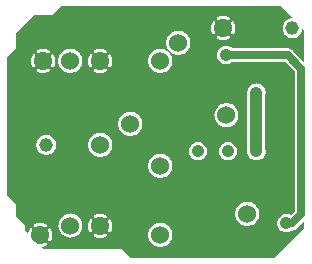
<source format=gbr>
G04 start of page 3 for group 1 idx 1 *
G04 Title: (unknown), power *
G04 Creator: pcb 20110918 *
G04 CreationDate: Fri Sep 12 16:05:54 2014 UTC *
G04 For: fosse *
G04 Format: Gerber/RS-274X *
G04 PCB-Dimensions: 300000 300000 *
G04 PCB-Coordinate-Origin: lower left *
%MOIN*%
%FSLAX25Y25*%
%LNGROUP1*%
%ADD31C,0.0350*%
%ADD30C,0.0200*%
%ADD29C,0.0410*%
%ADD28C,0.0600*%
%ADD27C,0.0460*%
%ADD26C,0.0400*%
%ADD25C,0.0250*%
%ADD24C,0.0001*%
G54D24*G36*
X87995Y275250D02*X97568D01*
X100750Y272068D01*
Y225432D01*
X99485Y224167D01*
X99389Y224226D01*
X98945Y224410D01*
X98479Y224522D01*
X98000Y224559D01*
X97521Y224522D01*
X97055Y224410D01*
X96611Y224226D01*
X96202Y223975D01*
X95837Y223663D01*
X95525Y223298D01*
X95274Y222889D01*
X95090Y222445D01*
X94978Y221979D01*
X94941Y221500D01*
X94978Y221021D01*
X95090Y220555D01*
X95274Y220111D01*
X95525Y219702D01*
X95837Y219337D01*
X96202Y219025D01*
X96611Y218774D01*
X97055Y218590D01*
X97521Y218478D01*
X98000Y218441D01*
X98479Y218478D01*
X98945Y218590D01*
X99389Y218774D01*
X99798Y219025D01*
X100059Y219248D01*
X100353Y219271D01*
X100353Y219271D01*
X100697Y219354D01*
X101025Y219489D01*
X101327Y219674D01*
X101596Y219904D01*
X101653Y219971D01*
X104000Y222318D01*
Y220000D01*
X94000Y210000D01*
X87995D01*
Y222084D01*
X88148Y222263D01*
X88477Y222799D01*
X88718Y223381D01*
X88865Y223993D01*
X88902Y224621D01*
X88865Y225249D01*
X88718Y225861D01*
X88477Y226443D01*
X88148Y226979D01*
X87995Y227158D01*
Y242441D01*
X88000Y242441D01*
X88479Y242478D01*
X88945Y242590D01*
X89389Y242774D01*
X89798Y243025D01*
X90163Y243337D01*
X90475Y243702D01*
X90726Y244111D01*
X90910Y244555D01*
X91022Y245021D01*
X91050Y245500D01*
X91022Y245979D01*
X91000Y246069D01*
Y264431D01*
X91022Y264521D01*
X91050Y265000D01*
X91022Y265479D01*
X90910Y265945D01*
X90726Y266389D01*
X90475Y266798D01*
X90163Y267163D01*
X89798Y267475D01*
X89389Y267726D01*
X88945Y267910D01*
X88479Y268022D01*
X88000Y268059D01*
X87995Y268059D01*
Y275250D01*
G37*
G36*
X78495Y274627D02*X78847Y274711D01*
X79291Y274895D01*
X79700Y275146D01*
X79814Y275243D01*
X79822Y275250D01*
X87995D01*
Y268059D01*
X87521Y268022D01*
X87055Y267910D01*
X86611Y267726D01*
X86202Y267475D01*
X85837Y267163D01*
X85525Y266798D01*
X85274Y266389D01*
X85090Y265945D01*
X84978Y265479D01*
X84941Y265000D01*
X84978Y264521D01*
X85000Y264431D01*
Y246069D01*
X84978Y245979D01*
X84941Y245500D01*
X84978Y245021D01*
X85090Y244555D01*
X85274Y244111D01*
X85525Y243702D01*
X85837Y243337D01*
X86202Y243025D01*
X86611Y242774D01*
X87055Y242590D01*
X87521Y242478D01*
X87995Y242441D01*
Y227158D01*
X87739Y227458D01*
X87260Y227867D01*
X86724Y228196D01*
X86142Y228437D01*
X85530Y228584D01*
X84902Y228633D01*
X84274Y228584D01*
X83662Y228437D01*
X83080Y228196D01*
X82544Y227867D01*
X82065Y227458D01*
X81656Y226979D01*
X81327Y226443D01*
X81086Y225861D01*
X80939Y225249D01*
X80890Y224621D01*
X80939Y223993D01*
X81086Y223381D01*
X81327Y222799D01*
X81656Y222263D01*
X82065Y221784D01*
X82544Y221375D01*
X83080Y221046D01*
X83662Y220805D01*
X84274Y220658D01*
X84902Y220609D01*
X85530Y220658D01*
X86142Y220805D01*
X86724Y221046D01*
X87260Y221375D01*
X87739Y221784D01*
X87995Y222084D01*
Y210000D01*
X78495D01*
Y242441D01*
X78500Y242441D01*
X78979Y242478D01*
X79445Y242590D01*
X79889Y242774D01*
X80298Y243025D01*
X80663Y243337D01*
X80975Y243702D01*
X81226Y244111D01*
X81410Y244555D01*
X81522Y245021D01*
X81550Y245500D01*
X81522Y245979D01*
X81410Y246445D01*
X81226Y246889D01*
X80975Y247298D01*
X80663Y247663D01*
X80298Y247975D01*
X79889Y248226D01*
X79445Y248410D01*
X78979Y248522D01*
X78500Y248559D01*
X78495Y248559D01*
Y253527D01*
X78628Y253537D01*
X79240Y253684D01*
X79822Y253925D01*
X80358Y254254D01*
X80837Y254663D01*
X81246Y255142D01*
X81575Y255678D01*
X81816Y256260D01*
X81963Y256872D01*
X82000Y257500D01*
X81963Y258128D01*
X81816Y258740D01*
X81575Y259322D01*
X81246Y259858D01*
X80837Y260337D01*
X80358Y260746D01*
X79822Y261075D01*
X79240Y261316D01*
X78628Y261463D01*
X78495Y261473D01*
Y274627D01*
G37*
G36*
X80186Y294000D02*X96000D01*
X100206Y289794D01*
X100000Y289810D01*
X99482Y289769D01*
X98977Y289648D01*
X98497Y289449D01*
X98054Y289178D01*
X97659Y288841D01*
X97322Y288446D01*
X97051Y288003D01*
X96852Y287523D01*
X96731Y287018D01*
X96690Y286500D01*
X96731Y285982D01*
X96852Y285477D01*
X97051Y284997D01*
X97322Y284554D01*
X97659Y284159D01*
X98054Y283822D01*
X98497Y283551D01*
X98977Y283352D01*
X99482Y283231D01*
X100000Y283190D01*
X100518Y283231D01*
X101023Y283352D01*
X101503Y283551D01*
X101946Y283822D01*
X102341Y284159D01*
X102678Y284554D01*
X102949Y284997D01*
X103148Y285477D01*
X103269Y285982D01*
X103300Y286500D01*
X103287Y286713D01*
X104000Y286000D01*
Y275182D01*
X100153Y279029D01*
X100096Y279096D01*
X99827Y279326D01*
X99525Y279511D01*
X99197Y279646D01*
X98853Y279729D01*
X98853Y279729D01*
X98500Y279757D01*
X98412Y279750D01*
X80186D01*
Y284490D01*
X80189Y284491D01*
X80257Y284530D01*
X80318Y284579D01*
X80371Y284638D01*
X80413Y284704D01*
X80576Y285029D01*
X80705Y285369D01*
X80803Y285719D01*
X80869Y286077D01*
X80902Y286439D01*
Y286803D01*
X80869Y287165D01*
X80803Y287523D01*
X80705Y287873D01*
X80576Y288213D01*
X80417Y288540D01*
X80374Y288606D01*
X80321Y288665D01*
X80259Y288715D01*
X80190Y288754D01*
X80186Y288756D01*
Y294000D01*
G37*
G36*
X80089Y279757D02*X80065Y279784D01*
X79700Y280096D01*
X79291Y280347D01*
X78847Y280531D01*
X78495Y280615D01*
Y282948D01*
X78821Y283106D01*
X78887Y283149D01*
X78946Y283202D01*
X78996Y283264D01*
X79035Y283333D01*
X79063Y283407D01*
X79079Y283484D01*
X79083Y283563D01*
X79075Y283642D01*
X79054Y283718D01*
X79022Y283791D01*
X78979Y283857D01*
X78926Y283916D01*
X78864Y283965D01*
X78795Y284005D01*
X78721Y284033D01*
X78644Y284049D01*
X78565Y284053D01*
X78495Y284046D01*
Y289199D01*
X78565Y289192D01*
X78643Y289196D01*
X78720Y289212D01*
X78794Y289240D01*
X78862Y289279D01*
X78923Y289328D01*
X78976Y289387D01*
X79019Y289453D01*
X79051Y289525D01*
X79072Y289601D01*
X79080Y289679D01*
X79076Y289757D01*
X79060Y289834D01*
X79032Y289908D01*
X78993Y289976D01*
X78944Y290037D01*
X78885Y290090D01*
X78819Y290132D01*
X78495Y290294D01*
Y294000D01*
X80186D01*
Y288756D01*
X80116Y288782D01*
X80039Y288798D01*
X79960Y288802D01*
X79881Y288794D01*
X79805Y288773D01*
X79732Y288741D01*
X79666Y288698D01*
X79607Y288645D01*
X79558Y288583D01*
X79518Y288514D01*
X79490Y288440D01*
X79474Y288363D01*
X79470Y288284D01*
X79478Y288205D01*
X79499Y288128D01*
X79532Y288057D01*
X79655Y287814D01*
X79752Y287559D01*
X79825Y287297D01*
X79874Y287029D01*
X79899Y286757D01*
Y286485D01*
X79874Y286213D01*
X79825Y285945D01*
X79752Y285683D01*
X79655Y285428D01*
X79535Y285184D01*
X79502Y285112D01*
X79481Y285036D01*
X79473Y284958D01*
X79477Y284880D01*
X79493Y284803D01*
X79521Y284729D01*
X79560Y284661D01*
X79609Y284600D01*
X79668Y284547D01*
X79734Y284504D01*
X79806Y284472D01*
X79882Y284451D01*
X79960Y284443D01*
X80038Y284447D01*
X80115Y284463D01*
X80186Y284490D01*
Y279750D01*
X80095D01*
X80089Y279757D01*
G37*
G36*
X78495Y280615D02*X78381Y280643D01*
X77902Y280680D01*
X77423Y280643D01*
X76957Y280531D01*
X76513Y280347D01*
X76104Y280096D01*
X75739Y279784D01*
X75427Y279419D01*
X75176Y279010D01*
X74992Y278566D01*
X74880Y278100D01*
X74843Y277621D01*
X74880Y277142D01*
X74992Y276676D01*
X75176Y276232D01*
X75427Y275823D01*
X75739Y275458D01*
X75766Y275434D01*
X75990Y275243D01*
X76104Y275146D01*
X76513Y274895D01*
X76957Y274711D01*
X77423Y274599D01*
X77902Y274562D01*
X78381Y274599D01*
X78495Y274627D01*
Y261473D01*
X78000Y261512D01*
X77372Y261463D01*
X76760Y261316D01*
X76178Y261075D01*
X75642Y260746D01*
X75163Y260337D01*
X74754Y259858D01*
X74425Y259322D01*
X74184Y258740D01*
X74037Y258128D01*
X73988Y257500D01*
X74037Y256872D01*
X74184Y256260D01*
X74425Y255678D01*
X74754Y255142D01*
X75163Y254663D01*
X75642Y254254D01*
X76178Y253925D01*
X76760Y253684D01*
X77372Y253537D01*
X78000Y253488D01*
X78495Y253527D01*
Y248559D01*
X78021Y248522D01*
X77555Y248410D01*
X77111Y248226D01*
X76702Y247975D01*
X76337Y247663D01*
X76025Y247298D01*
X75774Y246889D01*
X75590Y246445D01*
X75478Y245979D01*
X75441Y245500D01*
X75478Y245021D01*
X75590Y244555D01*
X75774Y244111D01*
X76025Y243702D01*
X76337Y243337D01*
X76702Y243025D01*
X77111Y242774D01*
X77555Y242590D01*
X78021Y242478D01*
X78495Y242441D01*
Y210000D01*
X73618D01*
Y284486D01*
X73688Y284460D01*
X73765Y284444D01*
X73844Y284440D01*
X73923Y284448D01*
X73999Y284469D01*
X74072Y284501D01*
X74138Y284544D01*
X74197Y284597D01*
X74246Y284659D01*
X74286Y284728D01*
X74314Y284802D01*
X74330Y284879D01*
X74334Y284958D01*
X74326Y285037D01*
X74305Y285114D01*
X74272Y285185D01*
X74149Y285428D01*
X74052Y285683D01*
X73979Y285945D01*
X73930Y286213D01*
X73905Y286485D01*
Y286757D01*
X73930Y287029D01*
X73979Y287297D01*
X74052Y287559D01*
X74149Y287814D01*
X74269Y288058D01*
X74302Y288130D01*
X74323Y288206D01*
X74331Y288284D01*
X74327Y288362D01*
X74311Y288439D01*
X74283Y288513D01*
X74244Y288581D01*
X74195Y288642D01*
X74136Y288695D01*
X74070Y288738D01*
X73998Y288770D01*
X73922Y288791D01*
X73844Y288799D01*
X73766Y288795D01*
X73689Y288779D01*
X73618Y288752D01*
Y294000D01*
X78495D01*
Y290294D01*
X78494Y290295D01*
X78154Y290424D01*
X77804Y290522D01*
X77446Y290588D01*
X77084Y290621D01*
X76720D01*
X76358Y290588D01*
X76000Y290522D01*
X75650Y290424D01*
X75310Y290295D01*
X74983Y290136D01*
X74917Y290093D01*
X74858Y290040D01*
X74808Y289978D01*
X74769Y289909D01*
X74741Y289835D01*
X74725Y289758D01*
X74721Y289679D01*
X74729Y289600D01*
X74750Y289524D01*
X74782Y289451D01*
X74825Y289385D01*
X74878Y289326D01*
X74940Y289277D01*
X75009Y289237D01*
X75083Y289209D01*
X75160Y289193D01*
X75239Y289189D01*
X75318Y289197D01*
X75395Y289218D01*
X75466Y289251D01*
X75709Y289374D01*
X75964Y289471D01*
X76226Y289544D01*
X76494Y289593D01*
X76766Y289618D01*
X77038D01*
X77310Y289593D01*
X77578Y289544D01*
X77840Y289471D01*
X78095Y289374D01*
X78339Y289254D01*
X78411Y289221D01*
X78486Y289200D01*
X78495Y289199D01*
Y284046D01*
X78486Y284045D01*
X78409Y284024D01*
X78338Y283991D01*
X78095Y283868D01*
X77840Y283771D01*
X77578Y283698D01*
X77310Y283649D01*
X77038Y283624D01*
X76766D01*
X76494Y283649D01*
X76226Y283698D01*
X75964Y283771D01*
X75709Y283868D01*
X75465Y283988D01*
X75393Y284021D01*
X75317Y284042D01*
X75239Y284050D01*
X75161Y284046D01*
X75084Y284030D01*
X75010Y284002D01*
X74942Y283963D01*
X74881Y283914D01*
X74828Y283855D01*
X74785Y283789D01*
X74753Y283717D01*
X74732Y283641D01*
X74724Y283563D01*
X74728Y283485D01*
X74744Y283408D01*
X74772Y283334D01*
X74811Y283266D01*
X74860Y283205D01*
X74919Y283152D01*
X74985Y283110D01*
X75310Y282947D01*
X75650Y282818D01*
X76000Y282720D01*
X76358Y282654D01*
X76720Y282621D01*
X77084D01*
X77446Y282654D01*
X77804Y282720D01*
X78154Y282818D01*
X78494Y282947D01*
X78495Y282948D01*
Y280615D01*
G37*
G36*
X73618Y210000D02*X68495D01*
Y242441D01*
X68500Y242441D01*
X68979Y242478D01*
X69445Y242590D01*
X69889Y242774D01*
X70298Y243025D01*
X70663Y243337D01*
X70975Y243702D01*
X71226Y244111D01*
X71410Y244555D01*
X71522Y245021D01*
X71550Y245500D01*
X71522Y245979D01*
X71410Y246445D01*
X71226Y246889D01*
X70975Y247298D01*
X70663Y247663D01*
X70298Y247975D01*
X69889Y248226D01*
X69445Y248410D01*
X68979Y248522D01*
X68500Y248559D01*
X68495Y248559D01*
Y294000D01*
X73618D01*
Y288752D01*
X73615Y288751D01*
X73547Y288712D01*
X73486Y288663D01*
X73433Y288604D01*
X73391Y288538D01*
X73228Y288213D01*
X73099Y287873D01*
X73001Y287523D01*
X72935Y287165D01*
X72902Y286803D01*
Y286439D01*
X72935Y286077D01*
X73001Y285719D01*
X73099Y285369D01*
X73228Y285029D01*
X73387Y284702D01*
X73430Y284636D01*
X73483Y284577D01*
X73545Y284527D01*
X73614Y284488D01*
X73618Y284486D01*
Y210000D01*
G37*
G36*
X68495D02*X61896D01*
Y277609D01*
X61902Y277609D01*
X62530Y277658D01*
X63142Y277805D01*
X63724Y278046D01*
X64260Y278375D01*
X64739Y278784D01*
X65148Y279263D01*
X65477Y279799D01*
X65718Y280381D01*
X65865Y280993D01*
X65902Y281621D01*
X65865Y282249D01*
X65718Y282861D01*
X65477Y283443D01*
X65148Y283979D01*
X64739Y284458D01*
X64260Y284867D01*
X63724Y285196D01*
X63142Y285437D01*
X62530Y285584D01*
X61902Y285633D01*
X61896Y285633D01*
Y294000D01*
X68495D01*
Y248559D01*
X68021Y248522D01*
X67555Y248410D01*
X67111Y248226D01*
X66702Y247975D01*
X66337Y247663D01*
X66025Y247298D01*
X65774Y246889D01*
X65590Y246445D01*
X65478Y245979D01*
X65441Y245500D01*
X65478Y245021D01*
X65590Y244555D01*
X65774Y244111D01*
X66025Y243702D01*
X66337Y243337D01*
X66702Y243025D01*
X67111Y242774D01*
X67555Y242590D01*
X68021Y242478D01*
X68495Y242441D01*
Y210000D01*
G37*
G36*
X61896D02*X55896D01*
Y213609D01*
X55902Y213609D01*
X56530Y213658D01*
X57142Y213805D01*
X57724Y214046D01*
X58260Y214375D01*
X58739Y214784D01*
X59148Y215263D01*
X59477Y215799D01*
X59718Y216381D01*
X59865Y216993D01*
X59902Y217621D01*
X59865Y218249D01*
X59718Y218861D01*
X59477Y219443D01*
X59148Y219979D01*
X58739Y220458D01*
X58260Y220867D01*
X57724Y221196D01*
X57142Y221437D01*
X56530Y221584D01*
X55902Y221633D01*
X55896Y221633D01*
Y236609D01*
X55902Y236609D01*
X56530Y236658D01*
X57142Y236805D01*
X57724Y237046D01*
X58260Y237375D01*
X58739Y237784D01*
X59148Y238263D01*
X59477Y238799D01*
X59718Y239381D01*
X59865Y239993D01*
X59902Y240621D01*
X59865Y241249D01*
X59718Y241861D01*
X59477Y242443D01*
X59148Y242979D01*
X58739Y243458D01*
X58260Y243867D01*
X57724Y244196D01*
X57142Y244437D01*
X56530Y244584D01*
X55902Y244633D01*
X55896Y244633D01*
Y271609D01*
X55902Y271609D01*
X56530Y271658D01*
X57142Y271805D01*
X57724Y272046D01*
X58260Y272375D01*
X58739Y272784D01*
X59148Y273263D01*
X59477Y273799D01*
X59718Y274381D01*
X59865Y274993D01*
X59902Y275621D01*
X59865Y276249D01*
X59718Y276861D01*
X59477Y277443D01*
X59148Y277979D01*
X58739Y278458D01*
X58260Y278867D01*
X57724Y279196D01*
X57142Y279437D01*
X56530Y279584D01*
X55902Y279633D01*
X55896Y279633D01*
Y294000D01*
X61896D01*
Y285633D01*
X61274Y285584D01*
X60662Y285437D01*
X60080Y285196D01*
X59544Y284867D01*
X59065Y284458D01*
X58656Y283979D01*
X58327Y283443D01*
X58086Y282861D01*
X57939Y282249D01*
X57890Y281621D01*
X57939Y280993D01*
X58086Y280381D01*
X58327Y279799D01*
X58656Y279263D01*
X59065Y278784D01*
X59544Y278375D01*
X60080Y278046D01*
X60662Y277805D01*
X61274Y277658D01*
X61896Y277609D01*
Y210000D01*
G37*
G36*
X55896D02*X46000D01*
X45896Y210104D01*
Y250609D01*
X45902Y250609D01*
X46530Y250658D01*
X47142Y250805D01*
X47724Y251046D01*
X48260Y251375D01*
X48739Y251784D01*
X49148Y252263D01*
X49477Y252799D01*
X49718Y253381D01*
X49865Y253993D01*
X49902Y254621D01*
X49865Y255249D01*
X49718Y255861D01*
X49477Y256443D01*
X49148Y256979D01*
X48739Y257458D01*
X48260Y257867D01*
X47724Y258196D01*
X47142Y258437D01*
X46530Y258584D01*
X45902Y258633D01*
X45896Y258633D01*
Y294000D01*
X55896D01*
Y279633D01*
X55274Y279584D01*
X54662Y279437D01*
X54080Y279196D01*
X53544Y278867D01*
X53065Y278458D01*
X52656Y277979D01*
X52327Y277443D01*
X52086Y276861D01*
X51939Y276249D01*
X51890Y275621D01*
X51939Y274993D01*
X52086Y274381D01*
X52327Y273799D01*
X52656Y273263D01*
X53065Y272784D01*
X53544Y272375D01*
X54080Y272046D01*
X54662Y271805D01*
X55274Y271658D01*
X55896Y271609D01*
Y244633D01*
X55274Y244584D01*
X54662Y244437D01*
X54080Y244196D01*
X53544Y243867D01*
X53065Y243458D01*
X52656Y242979D01*
X52327Y242443D01*
X52086Y241861D01*
X51939Y241249D01*
X51890Y240621D01*
X51939Y239993D01*
X52086Y239381D01*
X52327Y238799D01*
X52656Y238263D01*
X53065Y237784D01*
X53544Y237375D01*
X54080Y237046D01*
X54662Y236805D01*
X55274Y236658D01*
X55896Y236609D01*
Y221633D01*
X55274Y221584D01*
X54662Y221437D01*
X54080Y221196D01*
X53544Y220867D01*
X53065Y220458D01*
X52656Y219979D01*
X52327Y219443D01*
X52086Y218861D01*
X51939Y218249D01*
X51890Y217621D01*
X51939Y216993D01*
X52086Y216381D01*
X52327Y215799D01*
X52656Y215263D01*
X53065Y214784D01*
X53544Y214375D01*
X54080Y214046D01*
X54662Y213805D01*
X55274Y213658D01*
X55896Y213609D01*
Y210000D01*
G37*
G36*
X45896Y210104D02*X43000Y213000D01*
X39186D01*
Y218490D01*
X39189Y218491D01*
X39257Y218530D01*
X39318Y218579D01*
X39371Y218638D01*
X39413Y218704D01*
X39576Y219029D01*
X39705Y219369D01*
X39803Y219719D01*
X39869Y220077D01*
X39902Y220439D01*
Y220803D01*
X39869Y221165D01*
X39803Y221523D01*
X39705Y221873D01*
X39576Y222213D01*
X39417Y222540D01*
X39374Y222606D01*
X39321Y222665D01*
X39259Y222715D01*
X39190Y222754D01*
X39186Y222756D01*
Y245324D01*
X39477Y245799D01*
X39718Y246381D01*
X39865Y246993D01*
X39902Y247621D01*
X39865Y248249D01*
X39718Y248861D01*
X39477Y249443D01*
X39186Y249918D01*
Y273490D01*
X39189Y273491D01*
X39257Y273530D01*
X39318Y273579D01*
X39371Y273638D01*
X39413Y273704D01*
X39576Y274029D01*
X39705Y274369D01*
X39803Y274719D01*
X39869Y275077D01*
X39902Y275439D01*
Y275803D01*
X39869Y276165D01*
X39803Y276523D01*
X39705Y276873D01*
X39576Y277213D01*
X39417Y277540D01*
X39374Y277606D01*
X39321Y277665D01*
X39259Y277715D01*
X39190Y277754D01*
X39186Y277756D01*
Y294000D01*
X45896D01*
Y258633D01*
X45274Y258584D01*
X44662Y258437D01*
X44080Y258196D01*
X43544Y257867D01*
X43065Y257458D01*
X42656Y256979D01*
X42327Y256443D01*
X42086Y255861D01*
X41939Y255249D01*
X41890Y254621D01*
X41939Y253993D01*
X42086Y253381D01*
X42327Y252799D01*
X42656Y252263D01*
X43065Y251784D01*
X43544Y251375D01*
X44080Y251046D01*
X44662Y250805D01*
X45274Y250658D01*
X45896Y250609D01*
Y210104D01*
G37*
G36*
X39186Y249918D02*X39148Y249979D01*
X38739Y250458D01*
X38260Y250867D01*
X37724Y251196D01*
X37142Y251437D01*
X36530Y251584D01*
X35904Y251633D01*
Y271621D01*
X36084D01*
X36446Y271654D01*
X36804Y271720D01*
X37154Y271818D01*
X37494Y271947D01*
X37821Y272106D01*
X37887Y272149D01*
X37946Y272202D01*
X37996Y272264D01*
X38035Y272333D01*
X38063Y272407D01*
X38079Y272484D01*
X38083Y272563D01*
X38075Y272642D01*
X38054Y272718D01*
X38022Y272791D01*
X37979Y272857D01*
X37926Y272916D01*
X37864Y272965D01*
X37795Y273005D01*
X37721Y273033D01*
X37644Y273049D01*
X37565Y273053D01*
X37486Y273045D01*
X37409Y273024D01*
X37338Y272991D01*
X37095Y272868D01*
X36840Y272771D01*
X36578Y272698D01*
X36310Y272649D01*
X36038Y272624D01*
X35904D01*
Y278618D01*
X36038D01*
X36310Y278593D01*
X36578Y278544D01*
X36840Y278471D01*
X37095Y278374D01*
X37339Y278254D01*
X37411Y278221D01*
X37486Y278200D01*
X37565Y278192D01*
X37643Y278196D01*
X37720Y278212D01*
X37794Y278240D01*
X37862Y278279D01*
X37923Y278328D01*
X37976Y278387D01*
X38019Y278453D01*
X38051Y278525D01*
X38072Y278601D01*
X38080Y278679D01*
X38076Y278757D01*
X38060Y278834D01*
X38032Y278908D01*
X37993Y278976D01*
X37944Y279037D01*
X37885Y279090D01*
X37819Y279132D01*
X37494Y279295D01*
X37154Y279424D01*
X36804Y279522D01*
X36446Y279588D01*
X36084Y279621D01*
X35904D01*
Y294000D01*
X39186D01*
Y277756D01*
X39116Y277782D01*
X39039Y277798D01*
X38960Y277802D01*
X38881Y277794D01*
X38805Y277773D01*
X38732Y277741D01*
X38666Y277698D01*
X38607Y277645D01*
X38558Y277583D01*
X38518Y277514D01*
X38490Y277440D01*
X38474Y277363D01*
X38470Y277284D01*
X38478Y277205D01*
X38499Y277128D01*
X38532Y277057D01*
X38655Y276814D01*
X38752Y276559D01*
X38825Y276297D01*
X38874Y276029D01*
X38899Y275757D01*
Y275485D01*
X38874Y275213D01*
X38825Y274945D01*
X38752Y274683D01*
X38655Y274428D01*
X38535Y274184D01*
X38502Y274112D01*
X38481Y274036D01*
X38473Y273958D01*
X38477Y273880D01*
X38493Y273803D01*
X38521Y273729D01*
X38560Y273661D01*
X38609Y273600D01*
X38668Y273547D01*
X38734Y273504D01*
X38806Y273472D01*
X38882Y273451D01*
X38960Y273443D01*
X39038Y273447D01*
X39115Y273463D01*
X39186Y273490D01*
Y249918D01*
G37*
G36*
Y213000D02*X35904D01*
Y216621D01*
X36084D01*
X36446Y216654D01*
X36804Y216720D01*
X37154Y216818D01*
X37494Y216947D01*
X37821Y217106D01*
X37887Y217149D01*
X37946Y217202D01*
X37996Y217264D01*
X38035Y217333D01*
X38063Y217407D01*
X38079Y217484D01*
X38083Y217563D01*
X38075Y217642D01*
X38054Y217718D01*
X38022Y217791D01*
X37979Y217857D01*
X37926Y217916D01*
X37864Y217965D01*
X37795Y218005D01*
X37721Y218033D01*
X37644Y218049D01*
X37565Y218053D01*
X37486Y218045D01*
X37409Y218024D01*
X37338Y217991D01*
X37095Y217868D01*
X36840Y217771D01*
X36578Y217698D01*
X36310Y217649D01*
X36038Y217624D01*
X35904D01*
Y223618D01*
X36038D01*
X36310Y223593D01*
X36578Y223544D01*
X36840Y223471D01*
X37095Y223374D01*
X37339Y223254D01*
X37411Y223221D01*
X37486Y223200D01*
X37565Y223192D01*
X37643Y223196D01*
X37720Y223212D01*
X37794Y223240D01*
X37862Y223279D01*
X37923Y223328D01*
X37976Y223387D01*
X38019Y223453D01*
X38051Y223525D01*
X38072Y223601D01*
X38080Y223679D01*
X38076Y223757D01*
X38060Y223834D01*
X38032Y223908D01*
X37993Y223976D01*
X37944Y224037D01*
X37885Y224090D01*
X37819Y224132D01*
X37494Y224295D01*
X37154Y224424D01*
X36804Y224522D01*
X36446Y224588D01*
X36084Y224621D01*
X35904D01*
Y243609D01*
X36530Y243658D01*
X37142Y243805D01*
X37724Y244046D01*
X38260Y244375D01*
X38739Y244784D01*
X39148Y245263D01*
X39186Y245324D01*
Y222756D01*
X39116Y222782D01*
X39039Y222798D01*
X38960Y222802D01*
X38881Y222794D01*
X38805Y222773D01*
X38732Y222741D01*
X38666Y222698D01*
X38607Y222645D01*
X38558Y222583D01*
X38518Y222514D01*
X38490Y222440D01*
X38474Y222363D01*
X38470Y222284D01*
X38478Y222205D01*
X38499Y222128D01*
X38532Y222057D01*
X38655Y221814D01*
X38752Y221559D01*
X38825Y221297D01*
X38874Y221029D01*
X38899Y220757D01*
Y220485D01*
X38874Y220213D01*
X38825Y219945D01*
X38752Y219683D01*
X38655Y219428D01*
X38535Y219184D01*
X38502Y219112D01*
X38481Y219036D01*
X38473Y218958D01*
X38477Y218880D01*
X38493Y218803D01*
X38521Y218729D01*
X38560Y218661D01*
X38609Y218600D01*
X38668Y218547D01*
X38734Y218504D01*
X38806Y218472D01*
X38882Y218451D01*
X38960Y218443D01*
X39038Y218447D01*
X39115Y218463D01*
X39186Y218490D01*
Y213000D01*
G37*
G36*
X32618Y294000D02*X35904D01*
Y279621D01*
X35720D01*
X35358Y279588D01*
X35000Y279522D01*
X34650Y279424D01*
X34310Y279295D01*
X33983Y279136D01*
X33917Y279093D01*
X33858Y279040D01*
X33808Y278978D01*
X33769Y278909D01*
X33741Y278835D01*
X33725Y278758D01*
X33721Y278679D01*
X33729Y278600D01*
X33750Y278524D01*
X33782Y278451D01*
X33825Y278385D01*
X33878Y278326D01*
X33940Y278277D01*
X34009Y278237D01*
X34083Y278209D01*
X34160Y278193D01*
X34239Y278189D01*
X34318Y278197D01*
X34395Y278218D01*
X34466Y278251D01*
X34709Y278374D01*
X34964Y278471D01*
X35226Y278544D01*
X35494Y278593D01*
X35766Y278618D01*
X35904D01*
Y272624D01*
X35766D01*
X35494Y272649D01*
X35226Y272698D01*
X34964Y272771D01*
X34709Y272868D01*
X34465Y272988D01*
X34393Y273021D01*
X34317Y273042D01*
X34239Y273050D01*
X34161Y273046D01*
X34084Y273030D01*
X34010Y273002D01*
X33942Y272963D01*
X33881Y272914D01*
X33828Y272855D01*
X33785Y272789D01*
X33753Y272717D01*
X33732Y272641D01*
X33724Y272563D01*
X33728Y272485D01*
X33744Y272408D01*
X33772Y272334D01*
X33811Y272266D01*
X33860Y272205D01*
X33919Y272152D01*
X33985Y272110D01*
X34310Y271947D01*
X34650Y271818D01*
X35000Y271720D01*
X35358Y271654D01*
X35720Y271621D01*
X35904D01*
Y251633D01*
X35902Y251633D01*
X35274Y251584D01*
X34662Y251437D01*
X34080Y251196D01*
X33544Y250867D01*
X33065Y250458D01*
X32656Y249979D01*
X32618Y249918D01*
Y273486D01*
X32688Y273460D01*
X32765Y273444D01*
X32844Y273440D01*
X32923Y273448D01*
X32999Y273469D01*
X33072Y273501D01*
X33138Y273544D01*
X33197Y273597D01*
X33246Y273659D01*
X33286Y273728D01*
X33314Y273802D01*
X33330Y273879D01*
X33334Y273958D01*
X33326Y274037D01*
X33305Y274114D01*
X33272Y274185D01*
X33149Y274428D01*
X33052Y274683D01*
X32979Y274945D01*
X32930Y275213D01*
X32905Y275485D01*
Y275757D01*
X32930Y276029D01*
X32979Y276297D01*
X33052Y276559D01*
X33149Y276814D01*
X33269Y277058D01*
X33302Y277130D01*
X33323Y277206D01*
X33331Y277284D01*
X33327Y277362D01*
X33311Y277439D01*
X33283Y277513D01*
X33244Y277581D01*
X33195Y277642D01*
X33136Y277695D01*
X33070Y277738D01*
X32998Y277770D01*
X32922Y277791D01*
X32844Y277799D01*
X32766Y277795D01*
X32689Y277779D01*
X32618Y277752D01*
Y294000D01*
G37*
G36*
X35904Y213000D02*X32618D01*
Y218486D01*
X32688Y218460D01*
X32765Y218444D01*
X32844Y218440D01*
X32923Y218448D01*
X32999Y218469D01*
X33072Y218501D01*
X33138Y218544D01*
X33197Y218597D01*
X33246Y218659D01*
X33286Y218728D01*
X33314Y218802D01*
X33330Y218879D01*
X33334Y218958D01*
X33326Y219037D01*
X33305Y219114D01*
X33272Y219185D01*
X33149Y219428D01*
X33052Y219683D01*
X32979Y219945D01*
X32930Y220213D01*
X32905Y220485D01*
Y220757D01*
X32930Y221029D01*
X32979Y221297D01*
X33052Y221559D01*
X33149Y221814D01*
X33269Y222058D01*
X33302Y222130D01*
X33323Y222206D01*
X33331Y222284D01*
X33327Y222362D01*
X33311Y222439D01*
X33283Y222513D01*
X33244Y222581D01*
X33195Y222642D01*
X33136Y222695D01*
X33070Y222738D01*
X32998Y222770D01*
X32922Y222791D01*
X32844Y222799D01*
X32766Y222795D01*
X32689Y222779D01*
X32618Y222752D01*
Y245324D01*
X32656Y245263D01*
X33065Y244784D01*
X33544Y244375D01*
X34080Y244046D01*
X34662Y243805D01*
X35274Y243658D01*
X35902Y243609D01*
X35904Y243609D01*
Y224621D01*
X35720D01*
X35358Y224588D01*
X35000Y224522D01*
X34650Y224424D01*
X34310Y224295D01*
X33983Y224136D01*
X33917Y224093D01*
X33858Y224040D01*
X33808Y223978D01*
X33769Y223909D01*
X33741Y223835D01*
X33725Y223758D01*
X33721Y223679D01*
X33729Y223600D01*
X33750Y223524D01*
X33782Y223451D01*
X33825Y223385D01*
X33878Y223326D01*
X33940Y223277D01*
X34009Y223237D01*
X34083Y223209D01*
X34160Y223193D01*
X34239Y223189D01*
X34318Y223197D01*
X34395Y223218D01*
X34466Y223251D01*
X34709Y223374D01*
X34964Y223471D01*
X35226Y223544D01*
X35494Y223593D01*
X35766Y223618D01*
X35904D01*
Y217624D01*
X35766D01*
X35494Y217649D01*
X35226Y217698D01*
X34964Y217771D01*
X34709Y217868D01*
X34465Y217988D01*
X34393Y218021D01*
X34317Y218042D01*
X34239Y218050D01*
X34161Y218046D01*
X34084Y218030D01*
X34010Y218002D01*
X33942Y217963D01*
X33881Y217914D01*
X33828Y217855D01*
X33785Y217789D01*
X33753Y217717D01*
X33732Y217641D01*
X33724Y217563D01*
X33728Y217485D01*
X33744Y217408D01*
X33772Y217334D01*
X33811Y217266D01*
X33860Y217205D01*
X33919Y217152D01*
X33985Y217110D01*
X34310Y216947D01*
X34650Y216818D01*
X35000Y216720D01*
X35358Y216654D01*
X35720Y216621D01*
X35904D01*
Y213000D01*
G37*
G36*
X32618D02*X25994D01*
Y216707D01*
X26000Y216707D01*
X26628Y216756D01*
X27240Y216903D01*
X27822Y217144D01*
X28358Y217473D01*
X28837Y217882D01*
X29246Y218361D01*
X29575Y218897D01*
X29816Y219479D01*
X29963Y220091D01*
X30000Y220719D01*
X29963Y221347D01*
X29816Y221959D01*
X29575Y222541D01*
X29246Y223077D01*
X28837Y223556D01*
X28358Y223965D01*
X27822Y224294D01*
X27240Y224535D01*
X26628Y224682D01*
X26000Y224731D01*
X25994Y224731D01*
Y271616D01*
X26530Y271658D01*
X27142Y271805D01*
X27724Y272046D01*
X28260Y272375D01*
X28739Y272784D01*
X29148Y273263D01*
X29477Y273799D01*
X29718Y274381D01*
X29865Y274993D01*
X29902Y275621D01*
X29865Y276249D01*
X29718Y276861D01*
X29477Y277443D01*
X29148Y277979D01*
X28739Y278458D01*
X28260Y278867D01*
X27724Y279196D01*
X27142Y279437D01*
X26530Y279584D01*
X25994Y279626D01*
Y294000D01*
X32618D01*
Y277752D01*
X32615Y277751D01*
X32547Y277712D01*
X32486Y277663D01*
X32433Y277604D01*
X32391Y277538D01*
X32228Y277213D01*
X32099Y276873D01*
X32001Y276523D01*
X31935Y276165D01*
X31902Y275803D01*
Y275439D01*
X31935Y275077D01*
X32001Y274719D01*
X32099Y274369D01*
X32228Y274029D01*
X32387Y273702D01*
X32430Y273636D01*
X32483Y273577D01*
X32545Y273527D01*
X32614Y273488D01*
X32618Y273486D01*
Y249918D01*
X32327Y249443D01*
X32086Y248861D01*
X31939Y248249D01*
X31890Y247621D01*
X31939Y246993D01*
X32086Y246381D01*
X32327Y245799D01*
X32618Y245324D01*
Y222752D01*
X32615Y222751D01*
X32547Y222712D01*
X32486Y222663D01*
X32433Y222604D01*
X32391Y222538D01*
X32228Y222213D01*
X32099Y221873D01*
X32001Y221523D01*
X31935Y221165D01*
X31902Y220803D01*
Y220439D01*
X31935Y220077D01*
X32001Y219719D01*
X32099Y219369D01*
X32228Y219029D01*
X32387Y218702D01*
X32430Y218636D01*
X32483Y218577D01*
X32545Y218527D01*
X32614Y218488D01*
X32618Y218486D01*
Y213000D01*
G37*
G36*
X25994D02*X20186D01*
Y245232D01*
X20243Y245280D01*
X20580Y245675D01*
X20851Y246118D01*
X21050Y246598D01*
X21171Y247103D01*
X21202Y247621D01*
X21171Y248139D01*
X21050Y248644D01*
X20851Y249124D01*
X20580Y249567D01*
X20243Y249962D01*
X20186Y250010D01*
Y273490D01*
X20189Y273491D01*
X20257Y273530D01*
X20318Y273579D01*
X20371Y273638D01*
X20413Y273704D01*
X20576Y274029D01*
X20705Y274369D01*
X20803Y274719D01*
X20869Y275077D01*
X20902Y275439D01*
Y275803D01*
X20869Y276165D01*
X20803Y276523D01*
X20705Y276873D01*
X20576Y277213D01*
X20417Y277540D01*
X20374Y277606D01*
X20321Y277665D01*
X20259Y277715D01*
X20190Y277754D01*
X20186Y277756D01*
Y291186D01*
X23000Y294000D01*
X25994D01*
Y279626D01*
X25902Y279633D01*
X25274Y279584D01*
X24662Y279437D01*
X24080Y279196D01*
X23544Y278867D01*
X23065Y278458D01*
X22656Y277979D01*
X22327Y277443D01*
X22086Y276861D01*
X21939Y276249D01*
X21890Y275621D01*
X21939Y274993D01*
X22086Y274381D01*
X22327Y273799D01*
X22656Y273263D01*
X23065Y272784D01*
X23544Y272375D01*
X24080Y272046D01*
X24662Y271805D01*
X25274Y271658D01*
X25902Y271609D01*
X25994Y271616D01*
Y224731D01*
X25372Y224682D01*
X24760Y224535D01*
X24178Y224294D01*
X23642Y223965D01*
X23163Y223556D01*
X22754Y223077D01*
X22425Y222541D01*
X22184Y221959D01*
X22037Y221347D01*
X21988Y220719D01*
X22037Y220091D01*
X22184Y219479D01*
X22425Y218897D01*
X22754Y218361D01*
X23163Y217882D01*
X23642Y217473D01*
X24178Y217144D01*
X24760Y216903D01*
X25372Y216756D01*
X25994Y216707D01*
Y213000D01*
G37*
G36*
X20186Y250010D02*X19848Y250299D01*
X19405Y250570D01*
X18925Y250769D01*
X18420Y250890D01*
X17902Y250931D01*
X17897Y250931D01*
Y271746D01*
X18154Y271818D01*
X18494Y271947D01*
X18821Y272106D01*
X18887Y272149D01*
X18946Y272202D01*
X18996Y272264D01*
X19035Y272333D01*
X19063Y272407D01*
X19079Y272484D01*
X19083Y272563D01*
X19075Y272642D01*
X19054Y272718D01*
X19022Y272791D01*
X18979Y272857D01*
X18926Y272916D01*
X18864Y272965D01*
X18795Y273005D01*
X18721Y273033D01*
X18644Y273049D01*
X18565Y273053D01*
X18486Y273045D01*
X18409Y273024D01*
X18338Y272991D01*
X18095Y272868D01*
X17897Y272793D01*
Y278449D01*
X18095Y278374D01*
X18339Y278254D01*
X18411Y278221D01*
X18486Y278200D01*
X18565Y278192D01*
X18643Y278196D01*
X18720Y278212D01*
X18794Y278240D01*
X18862Y278279D01*
X18923Y278328D01*
X18976Y278387D01*
X19019Y278453D01*
X19051Y278525D01*
X19072Y278601D01*
X19080Y278679D01*
X19076Y278757D01*
X19060Y278834D01*
X19032Y278908D01*
X18993Y278976D01*
X18944Y279037D01*
X18885Y279090D01*
X18819Y279132D01*
X18494Y279295D01*
X18154Y279424D01*
X17897Y279496D01*
Y291000D01*
X20000D01*
X20186Y291186D01*
Y277756D01*
X20116Y277782D01*
X20039Y277798D01*
X19960Y277802D01*
X19881Y277794D01*
X19805Y277773D01*
X19732Y277741D01*
X19666Y277698D01*
X19607Y277645D01*
X19558Y277583D01*
X19518Y277514D01*
X19490Y277440D01*
X19474Y277363D01*
X19470Y277284D01*
X19478Y277205D01*
X19499Y277128D01*
X19532Y277057D01*
X19655Y276814D01*
X19752Y276559D01*
X19825Y276297D01*
X19874Y276029D01*
X19899Y275757D01*
Y275485D01*
X19874Y275213D01*
X19825Y274945D01*
X19752Y274683D01*
X19655Y274428D01*
X19535Y274184D01*
X19502Y274112D01*
X19481Y274036D01*
X19473Y273958D01*
X19477Y273880D01*
X19493Y273803D01*
X19521Y273729D01*
X19560Y273661D01*
X19609Y273600D01*
X19668Y273547D01*
X19734Y273504D01*
X19806Y273472D01*
X19882Y273451D01*
X19960Y273443D01*
X20038Y273447D01*
X20115Y273463D01*
X20186Y273490D01*
Y250010D01*
G37*
G36*
Y213000D02*X19186D01*
Y215490D01*
X19189Y215491D01*
X19257Y215530D01*
X19318Y215579D01*
X19371Y215638D01*
X19413Y215704D01*
X19576Y216029D01*
X19705Y216369D01*
X19803Y216719D01*
X19869Y217077D01*
X19902Y217439D01*
Y217803D01*
X19869Y218165D01*
X19803Y218523D01*
X19705Y218873D01*
X19576Y219213D01*
X19417Y219540D01*
X19374Y219606D01*
X19321Y219665D01*
X19259Y219715D01*
X19190Y219754D01*
X19186Y219756D01*
Y244581D01*
X19405Y244672D01*
X19848Y244943D01*
X20186Y245232D01*
Y213000D01*
G37*
G36*
X19186D02*X17897D01*
Y214158D01*
X17946Y214202D01*
X17996Y214264D01*
X18035Y214333D01*
X18063Y214407D01*
X18079Y214484D01*
X18083Y214563D01*
X18075Y214642D01*
X18054Y214718D01*
X18022Y214791D01*
X17979Y214857D01*
X17926Y214916D01*
X17897Y214939D01*
Y220307D01*
X17923Y220328D01*
X17976Y220387D01*
X18019Y220453D01*
X18051Y220525D01*
X18072Y220601D01*
X18080Y220679D01*
X18076Y220757D01*
X18060Y220834D01*
X18032Y220908D01*
X17993Y220976D01*
X17944Y221037D01*
X17897Y221080D01*
Y244311D01*
X17902Y244311D01*
X18420Y244352D01*
X18925Y244473D01*
X19186Y244581D01*
Y219756D01*
X19116Y219782D01*
X19039Y219798D01*
X18960Y219802D01*
X18881Y219794D01*
X18805Y219773D01*
X18732Y219741D01*
X18666Y219698D01*
X18607Y219645D01*
X18558Y219583D01*
X18518Y219514D01*
X18490Y219440D01*
X18474Y219363D01*
X18470Y219284D01*
X18478Y219205D01*
X18499Y219128D01*
X18532Y219057D01*
X18655Y218814D01*
X18752Y218559D01*
X18825Y218297D01*
X18874Y218029D01*
X18899Y217757D01*
Y217485D01*
X18874Y217213D01*
X18825Y216945D01*
X18752Y216683D01*
X18655Y216428D01*
X18535Y216184D01*
X18502Y216112D01*
X18481Y216036D01*
X18473Y215958D01*
X18477Y215880D01*
X18493Y215803D01*
X18521Y215729D01*
X18560Y215661D01*
X18609Y215600D01*
X18668Y215547D01*
X18734Y215504D01*
X18806Y215472D01*
X18882Y215451D01*
X18960Y215443D01*
X19038Y215447D01*
X19115Y215463D01*
X19186Y215490D01*
Y213000D01*
G37*
G36*
X17897Y214939D02*X17864Y214965D01*
X17795Y215005D01*
X17721Y215033D01*
X17644Y215049D01*
X17565Y215053D01*
X17486Y215045D01*
X17409Y215024D01*
X17338Y214991D01*
X17095Y214868D01*
X16840Y214771D01*
X16578Y214698D01*
X16310Y214649D01*
X16038Y214624D01*
X15766D01*
X15494Y214649D01*
X15319Y214681D01*
X13618Y216382D01*
Y273486D01*
X13688Y273460D01*
X13765Y273444D01*
X13844Y273440D01*
X13923Y273448D01*
X13999Y273469D01*
X14072Y273501D01*
X14138Y273544D01*
X14197Y273597D01*
X14246Y273659D01*
X14286Y273728D01*
X14314Y273802D01*
X14330Y273879D01*
X14334Y273958D01*
X14326Y274037D01*
X14305Y274114D01*
X14272Y274185D01*
X14149Y274428D01*
X14052Y274683D01*
X13979Y274945D01*
X13930Y275213D01*
X13905Y275485D01*
Y275757D01*
X13930Y276029D01*
X13979Y276297D01*
X14052Y276559D01*
X14149Y276814D01*
X14269Y277058D01*
X14302Y277130D01*
X14323Y277206D01*
X14331Y277284D01*
X14327Y277362D01*
X14311Y277439D01*
X14283Y277513D01*
X14244Y277581D01*
X14195Y277642D01*
X14136Y277695D01*
X14070Y277738D01*
X13998Y277770D01*
X13922Y277791D01*
X13844Y277799D01*
X13766Y277795D01*
X13689Y277779D01*
X13618Y277752D01*
Y290618D01*
X14000Y291000D01*
X17897D01*
Y279496D01*
X17804Y279522D01*
X17446Y279588D01*
X17084Y279621D01*
X16720D01*
X16358Y279588D01*
X16000Y279522D01*
X15650Y279424D01*
X15310Y279295D01*
X14983Y279136D01*
X14917Y279093D01*
X14858Y279040D01*
X14808Y278978D01*
X14769Y278909D01*
X14741Y278835D01*
X14725Y278758D01*
X14721Y278679D01*
X14729Y278600D01*
X14750Y278524D01*
X14782Y278451D01*
X14825Y278385D01*
X14878Y278326D01*
X14940Y278277D01*
X15009Y278237D01*
X15083Y278209D01*
X15160Y278193D01*
X15239Y278189D01*
X15318Y278197D01*
X15395Y278218D01*
X15466Y278251D01*
X15709Y278374D01*
X15964Y278471D01*
X16226Y278544D01*
X16494Y278593D01*
X16766Y278618D01*
X17038D01*
X17310Y278593D01*
X17578Y278544D01*
X17840Y278471D01*
X17897Y278449D01*
Y272793D01*
X17840Y272771D01*
X17578Y272698D01*
X17310Y272649D01*
X17038Y272624D01*
X16766D01*
X16494Y272649D01*
X16226Y272698D01*
X15964Y272771D01*
X15709Y272868D01*
X15465Y272988D01*
X15393Y273021D01*
X15317Y273042D01*
X15239Y273050D01*
X15161Y273046D01*
X15084Y273030D01*
X15010Y273002D01*
X14942Y272963D01*
X14881Y272914D01*
X14828Y272855D01*
X14785Y272789D01*
X14753Y272717D01*
X14732Y272641D01*
X14724Y272563D01*
X14728Y272485D01*
X14744Y272408D01*
X14772Y272334D01*
X14811Y272266D01*
X14860Y272205D01*
X14919Y272152D01*
X14985Y272110D01*
X15310Y271947D01*
X15650Y271818D01*
X16000Y271720D01*
X16358Y271654D01*
X16720Y271621D01*
X17084D01*
X17446Y271654D01*
X17804Y271720D01*
X17897Y271746D01*
Y250931D01*
X17384Y250890D01*
X16879Y250769D01*
X16399Y250570D01*
X15956Y250299D01*
X15561Y249962D01*
X15224Y249567D01*
X14953Y249124D01*
X14754Y248644D01*
X14633Y248139D01*
X14592Y247621D01*
X14633Y247103D01*
X14754Y246598D01*
X14953Y246118D01*
X15224Y245675D01*
X15561Y245280D01*
X15956Y244943D01*
X16399Y244672D01*
X16879Y244473D01*
X17384Y244352D01*
X17897Y244311D01*
Y221080D01*
X17885Y221090D01*
X17819Y221132D01*
X17494Y221295D01*
X17154Y221424D01*
X16804Y221522D01*
X16446Y221588D01*
X16084Y221621D01*
X15720D01*
X15358Y221588D01*
X15000Y221522D01*
X14650Y221424D01*
X14310Y221295D01*
X13983Y221136D01*
X13917Y221093D01*
X13858Y221040D01*
X13808Y220978D01*
X13769Y220909D01*
X13741Y220835D01*
X13725Y220758D01*
X13721Y220679D01*
X13729Y220600D01*
X13750Y220524D01*
X13782Y220451D01*
X13825Y220385D01*
X13878Y220326D01*
X13940Y220277D01*
X14009Y220237D01*
X14083Y220209D01*
X14160Y220193D01*
X14239Y220189D01*
X14318Y220197D01*
X14395Y220218D01*
X14466Y220251D01*
X14709Y220374D01*
X14964Y220471D01*
X15226Y220544D01*
X15494Y220593D01*
X15766Y220618D01*
X16038D01*
X16310Y220593D01*
X16578Y220544D01*
X16840Y220471D01*
X17095Y220374D01*
X17339Y220254D01*
X17411Y220221D01*
X17486Y220200D01*
X17565Y220192D01*
X17643Y220196D01*
X17720Y220212D01*
X17794Y220240D01*
X17862Y220279D01*
X17897Y220307D01*
Y214939D01*
G37*
G36*
X13618Y216382D02*X12962Y217038D01*
X12930Y217213D01*
X12905Y217485D01*
Y217757D01*
X12930Y218029D01*
X12979Y218297D01*
X13052Y218559D01*
X13149Y218814D01*
X13269Y219058D01*
X13302Y219130D01*
X13323Y219206D01*
X13331Y219284D01*
X13327Y219362D01*
X13311Y219439D01*
X13283Y219513D01*
X13244Y219581D01*
X13195Y219642D01*
X13136Y219695D01*
X13070Y219738D01*
X12998Y219770D01*
X12922Y219791D01*
X12844Y219799D01*
X12766Y219795D01*
X12689Y219779D01*
X12615Y219751D01*
X12547Y219712D01*
X12486Y219663D01*
X12433Y219604D01*
X12391Y219538D01*
X12228Y219213D01*
X12099Y218873D01*
X12001Y218523D01*
X11935Y218165D01*
X11927Y218073D01*
X11000Y219000D01*
Y221000D01*
X8000Y224000D01*
Y228000D01*
X5000Y231000D01*
Y277000D01*
X8000Y280000D01*
Y285000D01*
X13618Y290618D01*
Y277752D01*
X13615Y277751D01*
X13547Y277712D01*
X13486Y277663D01*
X13433Y277604D01*
X13391Y277538D01*
X13228Y277213D01*
X13099Y276873D01*
X13001Y276523D01*
X12935Y276165D01*
X12902Y275803D01*
Y275439D01*
X12935Y275077D01*
X13001Y274719D01*
X13099Y274369D01*
X13228Y274029D01*
X13387Y273702D01*
X13430Y273636D01*
X13483Y273577D01*
X13545Y273527D01*
X13614Y273488D01*
X13618Y273486D01*
Y216382D01*
G37*
G36*
X17897Y213000D02*X17000D01*
X16354Y213646D01*
X16446Y213654D01*
X16804Y213720D01*
X17154Y213818D01*
X17494Y213947D01*
X17821Y214106D01*
X17887Y214149D01*
X17897Y214158D01*
Y213000D01*
G37*
G54D25*X103000Y224500D02*Y273000D01*
X98500Y277500D01*
X78023D01*
X77902Y277621D01*
G54D26*X88000Y245500D02*Y265000D01*
G54D25*X98000Y221500D02*X100000D01*
X103000Y224500D01*
G54D27*X17902Y247621D03*
G54D28*X25902Y275621D03*
X16902D03*
X35902D03*
X55902D03*
X35902Y247621D03*
X45902Y254621D03*
X61902Y281621D03*
G54D29*X77902Y277621D03*
G54D28*X76902Y286621D03*
G54D27*X100000Y286500D03*
G54D28*X84902Y224621D03*
G54D29*X88000Y265000D03*
Y245500D03*
G54D28*X55902Y240621D03*
G54D29*X68500Y245500D03*
G54D28*X78000Y257500D03*
G54D29*X78500Y245500D03*
G54D28*X26000Y220719D03*
X55902Y217621D03*
X35902Y220621D03*
G54D29*X98000Y221500D03*
G54D28*X15902Y217621D03*
G54D30*G54D31*G54D30*G54D31*G54D30*G54D31*G54D30*G54D31*G54D30*G54D31*G54D30*G54D31*G54D30*G54D31*M02*

</source>
